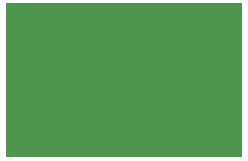
<source format=gbr>
G04 #@! TF.FileFunction,Copper,L2,Bot,Signal*
%FSLAX46Y46*%
G04 Gerber Fmt 4.6, Leading zero omitted, Abs format (unit mm)*
G04 Created by KiCad (PCBNEW 4.0.1-stable) date 6/14/2016 12:32:48 PM*
%MOMM*%
G01*
G04 APERTURE LIST*
%ADD10C,0.100000*%
%ADD11C,3.100000*%
%ADD12R,20.000000X13.000000*%
%ADD13C,0.254000*%
G04 APERTURE END LIST*
D10*
D11*
X164300000Y-109200000D03*
D12*
X160000000Y-106500000D03*
D11*
X155700000Y-109200000D03*
D13*
G36*
X169798000Y-112798000D02*
X150202000Y-112798000D01*
X150202000Y-100202000D01*
X169798000Y-100202000D01*
X169798000Y-112798000D01*
X169798000Y-112798000D01*
G37*
X169798000Y-112798000D02*
X150202000Y-112798000D01*
X150202000Y-100202000D01*
X169798000Y-100202000D01*
X169798000Y-112798000D01*
M02*

</source>
